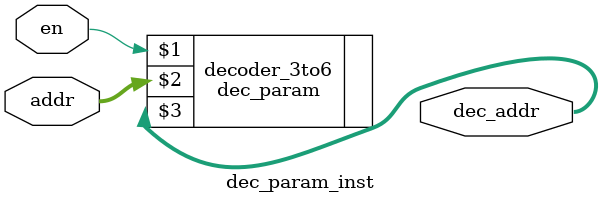
<source format=v>
module dec_param_inst(en, addr, dec_addr);
    input        en;
    input  [2:0] addr;
    output [5:0] dec_addr;

    dec_param #(3, 6) decoder_3to6(en, addr, dec_addr);
endmodule
</source>
